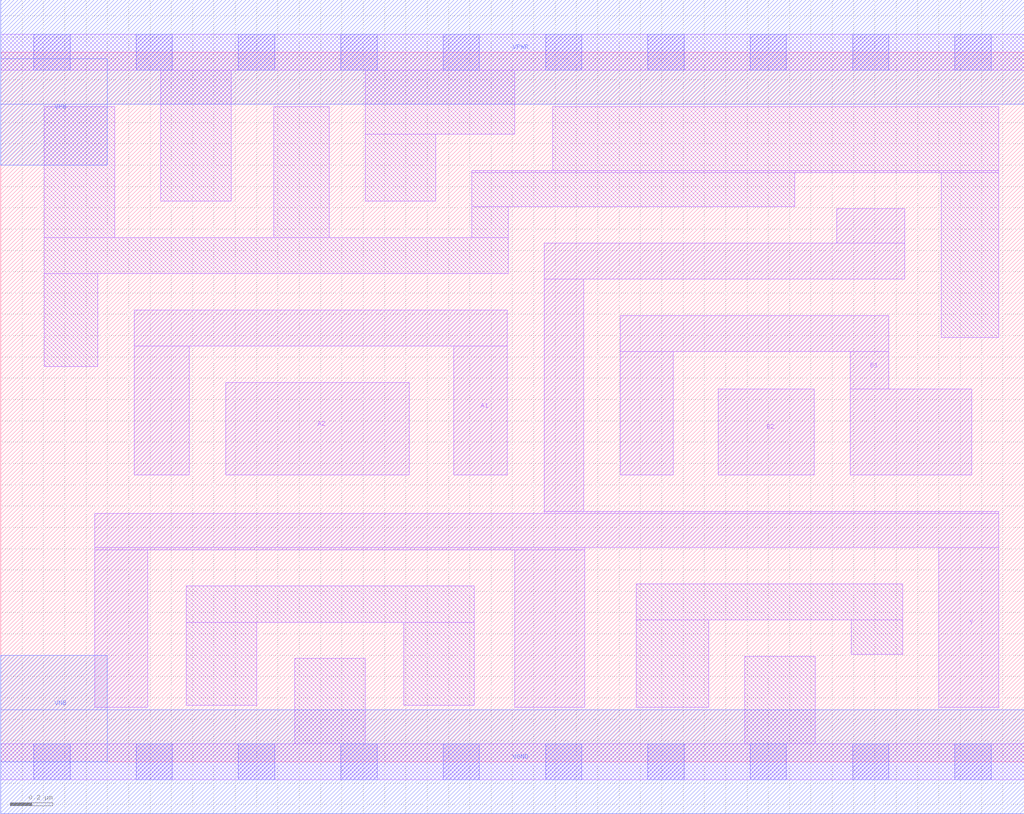
<source format=lef>
# Copyright 2020 The SkyWater PDK Authors
#
# Licensed under the Apache License, Version 2.0 (the "License");
# you may not use this file except in compliance with the License.
# You may obtain a copy of the License at
#
#     https://www.apache.org/licenses/LICENSE-2.0
#
# Unless required by applicable law or agreed to in writing, software
# distributed under the License is distributed on an "AS IS" BASIS,
# WITHOUT WARRANTIES OR CONDITIONS OF ANY KIND, either express or implied.
# See the License for the specific language governing permissions and
# limitations under the License.
#
# SPDX-License-Identifier: Apache-2.0

VERSION 5.5 ;
NAMESCASESENSITIVE ON ;
BUSBITCHARS "[]" ;
DIVIDERCHAR "/" ;
MACRO sky130_fd_sc_lp__a22oi_2
  CLASS CORE ;
  SOURCE USER ;
  ORIGIN  0.000000  0.000000 ;
  SIZE  4.800000 BY  3.330000 ;
  SYMMETRY X Y R90 ;
  SITE unit ;
  PIN A1
    ANTENNAGATEAREA  0.630000 ;
    DIRECTION INPUT ;
    USE SIGNAL ;
    PORT
      LAYER li1 ;
        RECT 0.625000 1.345000 0.885000 1.950000 ;
        RECT 0.625000 1.950000 2.375000 2.120000 ;
        RECT 2.125000 1.345000 2.375000 1.950000 ;
    END
  END A1
  PIN A2
    ANTENNAGATEAREA  0.630000 ;
    DIRECTION INPUT ;
    USE SIGNAL ;
    PORT
      LAYER li1 ;
        RECT 1.055000 1.345000 1.915000 1.780000 ;
    END
  END A2
  PIN B1
    ANTENNAGATEAREA  0.630000 ;
    DIRECTION INPUT ;
    USE SIGNAL ;
    PORT
      LAYER li1 ;
        RECT 2.905000 1.345000 3.155000 1.925000 ;
        RECT 2.905000 1.925000 4.165000 2.095000 ;
        RECT 3.985000 1.345000 4.555000 1.750000 ;
        RECT 3.985000 1.750000 4.165000 1.925000 ;
    END
  END B1
  PIN B2
    ANTENNAGATEAREA  0.630000 ;
    DIRECTION INPUT ;
    USE SIGNAL ;
    PORT
      LAYER li1 ;
        RECT 3.365000 1.345000 3.815000 1.750000 ;
    END
  END B2
  PIN Y
    ANTENNADIFFAREA  1.604400 ;
    DIRECTION OUTPUT ;
    USE SIGNAL ;
    PORT
      LAYER li1 ;
        RECT 0.440000 0.255000 0.690000 0.995000 ;
        RECT 0.440000 0.995000 2.740000 1.005000 ;
        RECT 0.440000 1.005000 4.680000 1.165000 ;
        RECT 2.410000 0.255000 2.740000 0.995000 ;
        RECT 2.550000 1.165000 4.680000 1.175000 ;
        RECT 2.550000 1.175000 2.735000 2.265000 ;
        RECT 2.550000 2.265000 4.240000 2.435000 ;
        RECT 3.920000 2.435000 4.240000 2.595000 ;
        RECT 4.400000 0.255000 4.680000 1.005000 ;
    END
  END Y
  PIN VGND
    DIRECTION INOUT ;
    USE GROUND ;
    PORT
      LAYER met1 ;
        RECT 0.000000 -0.245000 4.800000 0.245000 ;
    END
  END VGND
  PIN VNB
    DIRECTION INOUT ;
    USE GROUND ;
    PORT
      LAYER met1 ;
        RECT 0.000000 0.000000 0.500000 0.500000 ;
    END
  END VNB
  PIN VPB
    DIRECTION INOUT ;
    USE POWER ;
    PORT
      LAYER met1 ;
        RECT 0.000000 2.800000 0.500000 3.300000 ;
    END
  END VPB
  PIN VPWR
    DIRECTION INOUT ;
    USE POWER ;
    PORT
      LAYER met1 ;
        RECT 0.000000 3.085000 4.800000 3.575000 ;
    END
  END VPWR
  OBS
    LAYER li1 ;
      RECT 0.000000 -0.085000 4.800000 0.085000 ;
      RECT 0.000000  3.245000 4.800000 3.415000 ;
      RECT 0.205000  1.855000 0.455000 2.290000 ;
      RECT 0.205000  2.290000 2.380000 2.460000 ;
      RECT 0.205000  2.460000 0.535000 3.075000 ;
      RECT 0.750000  2.630000 1.080000 3.245000 ;
      RECT 0.870000  0.265000 1.200000 0.655000 ;
      RECT 0.870000  0.655000 2.220000 0.825000 ;
      RECT 1.280000  2.460000 1.540000 3.075000 ;
      RECT 1.380000  0.085000 1.710000 0.485000 ;
      RECT 1.710000  2.630000 2.040000 2.945000 ;
      RECT 1.710000  2.945000 2.410000 3.245000 ;
      RECT 1.890000  0.265000 2.220000 0.655000 ;
      RECT 2.210000  2.460000 2.380000 2.605000 ;
      RECT 2.210000  2.605000 3.725000 2.765000 ;
      RECT 2.210000  2.765000 4.680000 2.775000 ;
      RECT 2.590000  2.775000 4.680000 3.075000 ;
      RECT 2.980000  0.255000 3.320000 0.665000 ;
      RECT 2.980000  0.665000 4.230000 0.835000 ;
      RECT 3.490000  0.085000 3.820000 0.495000 ;
      RECT 3.990000  0.505000 4.230000 0.665000 ;
      RECT 4.410000  1.990000 4.680000 2.765000 ;
    LAYER mcon ;
      RECT 0.155000 -0.085000 0.325000 0.085000 ;
      RECT 0.155000  3.245000 0.325000 3.415000 ;
      RECT 0.635000 -0.085000 0.805000 0.085000 ;
      RECT 0.635000  3.245000 0.805000 3.415000 ;
      RECT 1.115000 -0.085000 1.285000 0.085000 ;
      RECT 1.115000  3.245000 1.285000 3.415000 ;
      RECT 1.595000 -0.085000 1.765000 0.085000 ;
      RECT 1.595000  3.245000 1.765000 3.415000 ;
      RECT 2.075000 -0.085000 2.245000 0.085000 ;
      RECT 2.075000  3.245000 2.245000 3.415000 ;
      RECT 2.555000 -0.085000 2.725000 0.085000 ;
      RECT 2.555000  3.245000 2.725000 3.415000 ;
      RECT 3.035000 -0.085000 3.205000 0.085000 ;
      RECT 3.035000  3.245000 3.205000 3.415000 ;
      RECT 3.515000 -0.085000 3.685000 0.085000 ;
      RECT 3.515000  3.245000 3.685000 3.415000 ;
      RECT 3.995000 -0.085000 4.165000 0.085000 ;
      RECT 3.995000  3.245000 4.165000 3.415000 ;
      RECT 4.475000 -0.085000 4.645000 0.085000 ;
      RECT 4.475000  3.245000 4.645000 3.415000 ;
  END
END sky130_fd_sc_lp__a22oi_2

</source>
